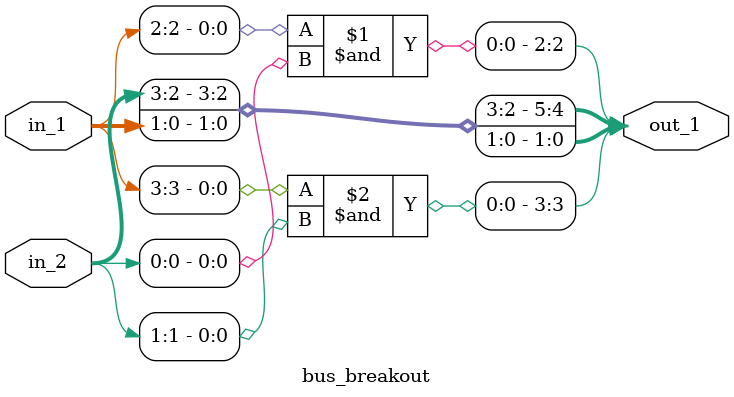
<source format=v>
module bus_breakout (
	in_1,
	in_2,
	out_1
	);

	input	[3:0]	in_1;
	input	[3:0]	in_2;
	output	[5:0]	out_1;
	
	assign	out_1 = {	in_2[3:2],
						(in_1[3] & in_2[1]),
						(in_1[2] & in_2[0]),
						in_1[1:0]
						};
						
	endmodule
</source>
